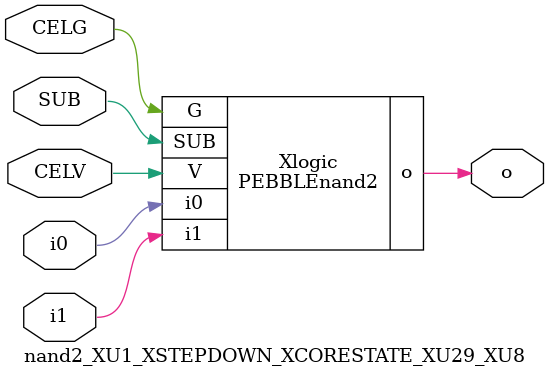
<source format=v>



module PEBBLEnand2 ( o, G, SUB, V, i0, i1 );

  input i0;
  input V;
  input i1;
  input G;
  output o;
  input SUB;
endmodule

//Celera Confidential Do Not Copy nand2_XU1_XSTEPDOWN_XCORESTATE_XU29_XU8
//Celera Confidential Symbol Generator
//5V NAND2
module nand2_XU1_XSTEPDOWN_XCORESTATE_XU29_XU8 (CELV,CELG,i0,i1,o,SUB);
input CELV;
input CELG;
input i0;
input i1;
input SUB;
output o;

//Celera Confidential Do Not Copy nand2
PEBBLEnand2 Xlogic(
.V (CELV),
.i0 (i0),
.i1 (i1),
.o (o),
.SUB (SUB),
.G (CELG)
);
//,diesize,PEBBLEnand2

//Celera Confidential Do Not Copy Module End
//Celera Schematic Generator
endmodule

</source>
